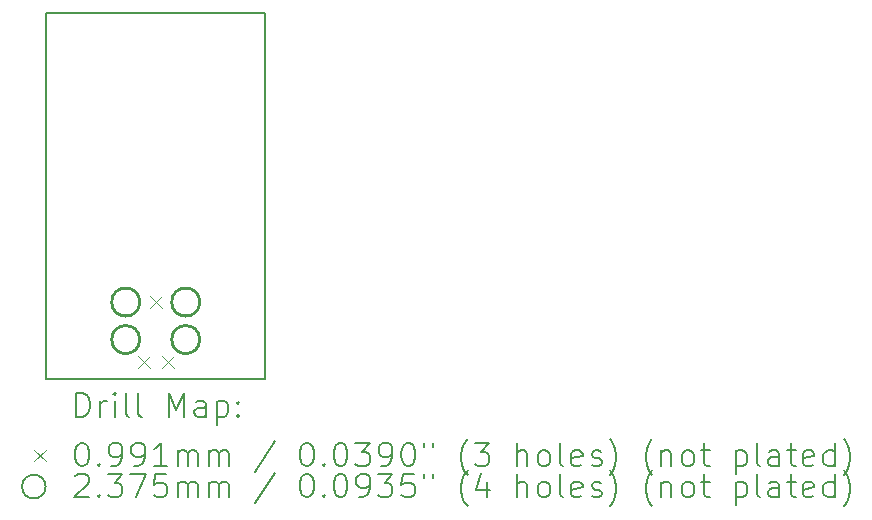
<source format=gbr>
%TF.GenerationSoftware,KiCad,Pcbnew,7.0.9*%
%TF.CreationDate,2023-11-23T02:36:10+01:00*%
%TF.ProjectId,bosch_kf4_pll,626f7363-685f-46b6-9634-5f706c6c2e6b,2*%
%TF.SameCoordinates,Original*%
%TF.FileFunction,Drillmap*%
%TF.FilePolarity,Positive*%
%FSLAX45Y45*%
G04 Gerber Fmt 4.5, Leading zero omitted, Abs format (unit mm)*
G04 Created by KiCad (PCBNEW 7.0.9) date 2023-11-23 02:36:10*
%MOMM*%
%LPD*%
G01*
G04 APERTURE LIST*
%ADD10C,0.150000*%
%ADD11C,0.200000*%
%ADD12C,0.100000*%
%ADD13C,0.237490*%
G04 APERTURE END LIST*
D10*
X13758750Y-7600000D02*
X15608750Y-7600000D01*
X13758750Y-10700000D02*
X13758750Y-7600000D01*
X15608750Y-7600000D02*
X15608750Y-10700000D01*
X15608750Y-10700000D02*
X13758750Y-10700000D01*
D11*
D12*
X14532620Y-10507470D02*
X14631680Y-10606530D01*
X14631680Y-10507470D02*
X14532620Y-10606530D01*
X14634220Y-9999470D02*
X14733280Y-10098530D01*
X14733280Y-9999470D02*
X14634220Y-10098530D01*
X14735820Y-10507470D02*
X14834880Y-10606530D01*
X14834880Y-10507470D02*
X14735820Y-10606530D01*
D13*
X14548495Y-10049000D02*
G75*
G03*
X14548495Y-10049000I-118745J0D01*
G01*
X14548495Y-10366500D02*
G75*
G03*
X14548495Y-10366500I-118745J0D01*
G01*
X15056495Y-10049000D02*
G75*
G03*
X15056495Y-10049000I-118745J0D01*
G01*
X15056495Y-10366500D02*
G75*
G03*
X15056495Y-10366500I-118745J0D01*
G01*
D11*
X14012027Y-11018984D02*
X14012027Y-10818984D01*
X14012027Y-10818984D02*
X14059646Y-10818984D01*
X14059646Y-10818984D02*
X14088217Y-10828508D01*
X14088217Y-10828508D02*
X14107265Y-10847555D01*
X14107265Y-10847555D02*
X14116789Y-10866603D01*
X14116789Y-10866603D02*
X14126312Y-10904698D01*
X14126312Y-10904698D02*
X14126312Y-10933270D01*
X14126312Y-10933270D02*
X14116789Y-10971365D01*
X14116789Y-10971365D02*
X14107265Y-10990412D01*
X14107265Y-10990412D02*
X14088217Y-11009460D01*
X14088217Y-11009460D02*
X14059646Y-11018984D01*
X14059646Y-11018984D02*
X14012027Y-11018984D01*
X14212027Y-11018984D02*
X14212027Y-10885650D01*
X14212027Y-10923746D02*
X14221551Y-10904698D01*
X14221551Y-10904698D02*
X14231074Y-10895174D01*
X14231074Y-10895174D02*
X14250122Y-10885650D01*
X14250122Y-10885650D02*
X14269170Y-10885650D01*
X14335836Y-11018984D02*
X14335836Y-10885650D01*
X14335836Y-10818984D02*
X14326312Y-10828508D01*
X14326312Y-10828508D02*
X14335836Y-10838031D01*
X14335836Y-10838031D02*
X14345360Y-10828508D01*
X14345360Y-10828508D02*
X14335836Y-10818984D01*
X14335836Y-10818984D02*
X14335836Y-10838031D01*
X14459646Y-11018984D02*
X14440598Y-11009460D01*
X14440598Y-11009460D02*
X14431074Y-10990412D01*
X14431074Y-10990412D02*
X14431074Y-10818984D01*
X14564408Y-11018984D02*
X14545360Y-11009460D01*
X14545360Y-11009460D02*
X14535836Y-10990412D01*
X14535836Y-10990412D02*
X14535836Y-10818984D01*
X14792979Y-11018984D02*
X14792979Y-10818984D01*
X14792979Y-10818984D02*
X14859646Y-10961841D01*
X14859646Y-10961841D02*
X14926312Y-10818984D01*
X14926312Y-10818984D02*
X14926312Y-11018984D01*
X15107265Y-11018984D02*
X15107265Y-10914222D01*
X15107265Y-10914222D02*
X15097741Y-10895174D01*
X15097741Y-10895174D02*
X15078693Y-10885650D01*
X15078693Y-10885650D02*
X15040598Y-10885650D01*
X15040598Y-10885650D02*
X15021551Y-10895174D01*
X15107265Y-11009460D02*
X15088217Y-11018984D01*
X15088217Y-11018984D02*
X15040598Y-11018984D01*
X15040598Y-11018984D02*
X15021551Y-11009460D01*
X15021551Y-11009460D02*
X15012027Y-10990412D01*
X15012027Y-10990412D02*
X15012027Y-10971365D01*
X15012027Y-10971365D02*
X15021551Y-10952317D01*
X15021551Y-10952317D02*
X15040598Y-10942793D01*
X15040598Y-10942793D02*
X15088217Y-10942793D01*
X15088217Y-10942793D02*
X15107265Y-10933270D01*
X15202503Y-10885650D02*
X15202503Y-11085650D01*
X15202503Y-10895174D02*
X15221551Y-10885650D01*
X15221551Y-10885650D02*
X15259646Y-10885650D01*
X15259646Y-10885650D02*
X15278693Y-10895174D01*
X15278693Y-10895174D02*
X15288217Y-10904698D01*
X15288217Y-10904698D02*
X15297741Y-10923746D01*
X15297741Y-10923746D02*
X15297741Y-10980889D01*
X15297741Y-10980889D02*
X15288217Y-10999936D01*
X15288217Y-10999936D02*
X15278693Y-11009460D01*
X15278693Y-11009460D02*
X15259646Y-11018984D01*
X15259646Y-11018984D02*
X15221551Y-11018984D01*
X15221551Y-11018984D02*
X15202503Y-11009460D01*
X15383455Y-10999936D02*
X15392979Y-11009460D01*
X15392979Y-11009460D02*
X15383455Y-11018984D01*
X15383455Y-11018984D02*
X15373932Y-11009460D01*
X15373932Y-11009460D02*
X15383455Y-10999936D01*
X15383455Y-10999936D02*
X15383455Y-11018984D01*
X15383455Y-10895174D02*
X15392979Y-10904698D01*
X15392979Y-10904698D02*
X15383455Y-10914222D01*
X15383455Y-10914222D02*
X15373932Y-10904698D01*
X15373932Y-10904698D02*
X15383455Y-10895174D01*
X15383455Y-10895174D02*
X15383455Y-10914222D01*
D12*
X13652190Y-11297970D02*
X13751250Y-11397030D01*
X13751250Y-11297970D02*
X13652190Y-11397030D01*
D11*
X14050122Y-11238984D02*
X14069170Y-11238984D01*
X14069170Y-11238984D02*
X14088217Y-11248508D01*
X14088217Y-11248508D02*
X14097741Y-11258031D01*
X14097741Y-11258031D02*
X14107265Y-11277079D01*
X14107265Y-11277079D02*
X14116789Y-11315174D01*
X14116789Y-11315174D02*
X14116789Y-11362793D01*
X14116789Y-11362793D02*
X14107265Y-11400888D01*
X14107265Y-11400888D02*
X14097741Y-11419936D01*
X14097741Y-11419936D02*
X14088217Y-11429460D01*
X14088217Y-11429460D02*
X14069170Y-11438984D01*
X14069170Y-11438984D02*
X14050122Y-11438984D01*
X14050122Y-11438984D02*
X14031074Y-11429460D01*
X14031074Y-11429460D02*
X14021551Y-11419936D01*
X14021551Y-11419936D02*
X14012027Y-11400888D01*
X14012027Y-11400888D02*
X14002503Y-11362793D01*
X14002503Y-11362793D02*
X14002503Y-11315174D01*
X14002503Y-11315174D02*
X14012027Y-11277079D01*
X14012027Y-11277079D02*
X14021551Y-11258031D01*
X14021551Y-11258031D02*
X14031074Y-11248508D01*
X14031074Y-11248508D02*
X14050122Y-11238984D01*
X14202503Y-11419936D02*
X14212027Y-11429460D01*
X14212027Y-11429460D02*
X14202503Y-11438984D01*
X14202503Y-11438984D02*
X14192979Y-11429460D01*
X14192979Y-11429460D02*
X14202503Y-11419936D01*
X14202503Y-11419936D02*
X14202503Y-11438984D01*
X14307265Y-11438984D02*
X14345360Y-11438984D01*
X14345360Y-11438984D02*
X14364408Y-11429460D01*
X14364408Y-11429460D02*
X14373932Y-11419936D01*
X14373932Y-11419936D02*
X14392979Y-11391365D01*
X14392979Y-11391365D02*
X14402503Y-11353269D01*
X14402503Y-11353269D02*
X14402503Y-11277079D01*
X14402503Y-11277079D02*
X14392979Y-11258031D01*
X14392979Y-11258031D02*
X14383455Y-11248508D01*
X14383455Y-11248508D02*
X14364408Y-11238984D01*
X14364408Y-11238984D02*
X14326312Y-11238984D01*
X14326312Y-11238984D02*
X14307265Y-11248508D01*
X14307265Y-11248508D02*
X14297741Y-11258031D01*
X14297741Y-11258031D02*
X14288217Y-11277079D01*
X14288217Y-11277079D02*
X14288217Y-11324698D01*
X14288217Y-11324698D02*
X14297741Y-11343746D01*
X14297741Y-11343746D02*
X14307265Y-11353269D01*
X14307265Y-11353269D02*
X14326312Y-11362793D01*
X14326312Y-11362793D02*
X14364408Y-11362793D01*
X14364408Y-11362793D02*
X14383455Y-11353269D01*
X14383455Y-11353269D02*
X14392979Y-11343746D01*
X14392979Y-11343746D02*
X14402503Y-11324698D01*
X14497741Y-11438984D02*
X14535836Y-11438984D01*
X14535836Y-11438984D02*
X14554884Y-11429460D01*
X14554884Y-11429460D02*
X14564408Y-11419936D01*
X14564408Y-11419936D02*
X14583455Y-11391365D01*
X14583455Y-11391365D02*
X14592979Y-11353269D01*
X14592979Y-11353269D02*
X14592979Y-11277079D01*
X14592979Y-11277079D02*
X14583455Y-11258031D01*
X14583455Y-11258031D02*
X14573932Y-11248508D01*
X14573932Y-11248508D02*
X14554884Y-11238984D01*
X14554884Y-11238984D02*
X14516789Y-11238984D01*
X14516789Y-11238984D02*
X14497741Y-11248508D01*
X14497741Y-11248508D02*
X14488217Y-11258031D01*
X14488217Y-11258031D02*
X14478693Y-11277079D01*
X14478693Y-11277079D02*
X14478693Y-11324698D01*
X14478693Y-11324698D02*
X14488217Y-11343746D01*
X14488217Y-11343746D02*
X14497741Y-11353269D01*
X14497741Y-11353269D02*
X14516789Y-11362793D01*
X14516789Y-11362793D02*
X14554884Y-11362793D01*
X14554884Y-11362793D02*
X14573932Y-11353269D01*
X14573932Y-11353269D02*
X14583455Y-11343746D01*
X14583455Y-11343746D02*
X14592979Y-11324698D01*
X14783455Y-11438984D02*
X14669170Y-11438984D01*
X14726312Y-11438984D02*
X14726312Y-11238984D01*
X14726312Y-11238984D02*
X14707265Y-11267555D01*
X14707265Y-11267555D02*
X14688217Y-11286603D01*
X14688217Y-11286603D02*
X14669170Y-11296127D01*
X14869170Y-11438984D02*
X14869170Y-11305650D01*
X14869170Y-11324698D02*
X14878693Y-11315174D01*
X14878693Y-11315174D02*
X14897741Y-11305650D01*
X14897741Y-11305650D02*
X14926313Y-11305650D01*
X14926313Y-11305650D02*
X14945360Y-11315174D01*
X14945360Y-11315174D02*
X14954884Y-11334222D01*
X14954884Y-11334222D02*
X14954884Y-11438984D01*
X14954884Y-11334222D02*
X14964408Y-11315174D01*
X14964408Y-11315174D02*
X14983455Y-11305650D01*
X14983455Y-11305650D02*
X15012027Y-11305650D01*
X15012027Y-11305650D02*
X15031074Y-11315174D01*
X15031074Y-11315174D02*
X15040598Y-11334222D01*
X15040598Y-11334222D02*
X15040598Y-11438984D01*
X15135836Y-11438984D02*
X15135836Y-11305650D01*
X15135836Y-11324698D02*
X15145360Y-11315174D01*
X15145360Y-11315174D02*
X15164408Y-11305650D01*
X15164408Y-11305650D02*
X15192979Y-11305650D01*
X15192979Y-11305650D02*
X15212027Y-11315174D01*
X15212027Y-11315174D02*
X15221551Y-11334222D01*
X15221551Y-11334222D02*
X15221551Y-11438984D01*
X15221551Y-11334222D02*
X15231074Y-11315174D01*
X15231074Y-11315174D02*
X15250122Y-11305650D01*
X15250122Y-11305650D02*
X15278693Y-11305650D01*
X15278693Y-11305650D02*
X15297741Y-11315174D01*
X15297741Y-11315174D02*
X15307265Y-11334222D01*
X15307265Y-11334222D02*
X15307265Y-11438984D01*
X15697741Y-11229460D02*
X15526313Y-11486603D01*
X15954884Y-11238984D02*
X15973932Y-11238984D01*
X15973932Y-11238984D02*
X15992979Y-11248508D01*
X15992979Y-11248508D02*
X16002503Y-11258031D01*
X16002503Y-11258031D02*
X16012027Y-11277079D01*
X16012027Y-11277079D02*
X16021551Y-11315174D01*
X16021551Y-11315174D02*
X16021551Y-11362793D01*
X16021551Y-11362793D02*
X16012027Y-11400888D01*
X16012027Y-11400888D02*
X16002503Y-11419936D01*
X16002503Y-11419936D02*
X15992979Y-11429460D01*
X15992979Y-11429460D02*
X15973932Y-11438984D01*
X15973932Y-11438984D02*
X15954884Y-11438984D01*
X15954884Y-11438984D02*
X15935836Y-11429460D01*
X15935836Y-11429460D02*
X15926313Y-11419936D01*
X15926313Y-11419936D02*
X15916789Y-11400888D01*
X15916789Y-11400888D02*
X15907265Y-11362793D01*
X15907265Y-11362793D02*
X15907265Y-11315174D01*
X15907265Y-11315174D02*
X15916789Y-11277079D01*
X15916789Y-11277079D02*
X15926313Y-11258031D01*
X15926313Y-11258031D02*
X15935836Y-11248508D01*
X15935836Y-11248508D02*
X15954884Y-11238984D01*
X16107265Y-11419936D02*
X16116789Y-11429460D01*
X16116789Y-11429460D02*
X16107265Y-11438984D01*
X16107265Y-11438984D02*
X16097741Y-11429460D01*
X16097741Y-11429460D02*
X16107265Y-11419936D01*
X16107265Y-11419936D02*
X16107265Y-11438984D01*
X16240598Y-11238984D02*
X16259646Y-11238984D01*
X16259646Y-11238984D02*
X16278694Y-11248508D01*
X16278694Y-11248508D02*
X16288217Y-11258031D01*
X16288217Y-11258031D02*
X16297741Y-11277079D01*
X16297741Y-11277079D02*
X16307265Y-11315174D01*
X16307265Y-11315174D02*
X16307265Y-11362793D01*
X16307265Y-11362793D02*
X16297741Y-11400888D01*
X16297741Y-11400888D02*
X16288217Y-11419936D01*
X16288217Y-11419936D02*
X16278694Y-11429460D01*
X16278694Y-11429460D02*
X16259646Y-11438984D01*
X16259646Y-11438984D02*
X16240598Y-11438984D01*
X16240598Y-11438984D02*
X16221551Y-11429460D01*
X16221551Y-11429460D02*
X16212027Y-11419936D01*
X16212027Y-11419936D02*
X16202503Y-11400888D01*
X16202503Y-11400888D02*
X16192979Y-11362793D01*
X16192979Y-11362793D02*
X16192979Y-11315174D01*
X16192979Y-11315174D02*
X16202503Y-11277079D01*
X16202503Y-11277079D02*
X16212027Y-11258031D01*
X16212027Y-11258031D02*
X16221551Y-11248508D01*
X16221551Y-11248508D02*
X16240598Y-11238984D01*
X16373932Y-11238984D02*
X16497741Y-11238984D01*
X16497741Y-11238984D02*
X16431075Y-11315174D01*
X16431075Y-11315174D02*
X16459646Y-11315174D01*
X16459646Y-11315174D02*
X16478694Y-11324698D01*
X16478694Y-11324698D02*
X16488217Y-11334222D01*
X16488217Y-11334222D02*
X16497741Y-11353269D01*
X16497741Y-11353269D02*
X16497741Y-11400888D01*
X16497741Y-11400888D02*
X16488217Y-11419936D01*
X16488217Y-11419936D02*
X16478694Y-11429460D01*
X16478694Y-11429460D02*
X16459646Y-11438984D01*
X16459646Y-11438984D02*
X16402503Y-11438984D01*
X16402503Y-11438984D02*
X16383456Y-11429460D01*
X16383456Y-11429460D02*
X16373932Y-11419936D01*
X16592979Y-11438984D02*
X16631075Y-11438984D01*
X16631075Y-11438984D02*
X16650122Y-11429460D01*
X16650122Y-11429460D02*
X16659646Y-11419936D01*
X16659646Y-11419936D02*
X16678694Y-11391365D01*
X16678694Y-11391365D02*
X16688217Y-11353269D01*
X16688217Y-11353269D02*
X16688217Y-11277079D01*
X16688217Y-11277079D02*
X16678694Y-11258031D01*
X16678694Y-11258031D02*
X16669170Y-11248508D01*
X16669170Y-11248508D02*
X16650122Y-11238984D01*
X16650122Y-11238984D02*
X16612027Y-11238984D01*
X16612027Y-11238984D02*
X16592979Y-11248508D01*
X16592979Y-11248508D02*
X16583456Y-11258031D01*
X16583456Y-11258031D02*
X16573932Y-11277079D01*
X16573932Y-11277079D02*
X16573932Y-11324698D01*
X16573932Y-11324698D02*
X16583456Y-11343746D01*
X16583456Y-11343746D02*
X16592979Y-11353269D01*
X16592979Y-11353269D02*
X16612027Y-11362793D01*
X16612027Y-11362793D02*
X16650122Y-11362793D01*
X16650122Y-11362793D02*
X16669170Y-11353269D01*
X16669170Y-11353269D02*
X16678694Y-11343746D01*
X16678694Y-11343746D02*
X16688217Y-11324698D01*
X16812027Y-11238984D02*
X16831075Y-11238984D01*
X16831075Y-11238984D02*
X16850122Y-11248508D01*
X16850122Y-11248508D02*
X16859646Y-11258031D01*
X16859646Y-11258031D02*
X16869170Y-11277079D01*
X16869170Y-11277079D02*
X16878694Y-11315174D01*
X16878694Y-11315174D02*
X16878694Y-11362793D01*
X16878694Y-11362793D02*
X16869170Y-11400888D01*
X16869170Y-11400888D02*
X16859646Y-11419936D01*
X16859646Y-11419936D02*
X16850122Y-11429460D01*
X16850122Y-11429460D02*
X16831075Y-11438984D01*
X16831075Y-11438984D02*
X16812027Y-11438984D01*
X16812027Y-11438984D02*
X16792979Y-11429460D01*
X16792979Y-11429460D02*
X16783456Y-11419936D01*
X16783456Y-11419936D02*
X16773932Y-11400888D01*
X16773932Y-11400888D02*
X16764408Y-11362793D01*
X16764408Y-11362793D02*
X16764408Y-11315174D01*
X16764408Y-11315174D02*
X16773932Y-11277079D01*
X16773932Y-11277079D02*
X16783456Y-11258031D01*
X16783456Y-11258031D02*
X16792979Y-11248508D01*
X16792979Y-11248508D02*
X16812027Y-11238984D01*
X16954884Y-11238984D02*
X16954884Y-11277079D01*
X17031075Y-11238984D02*
X17031075Y-11277079D01*
X17326313Y-11515174D02*
X17316789Y-11505650D01*
X17316789Y-11505650D02*
X17297741Y-11477079D01*
X17297741Y-11477079D02*
X17288218Y-11458031D01*
X17288218Y-11458031D02*
X17278694Y-11429460D01*
X17278694Y-11429460D02*
X17269170Y-11381841D01*
X17269170Y-11381841D02*
X17269170Y-11343746D01*
X17269170Y-11343746D02*
X17278694Y-11296127D01*
X17278694Y-11296127D02*
X17288218Y-11267555D01*
X17288218Y-11267555D02*
X17297741Y-11248508D01*
X17297741Y-11248508D02*
X17316789Y-11219936D01*
X17316789Y-11219936D02*
X17326313Y-11210412D01*
X17383456Y-11238984D02*
X17507265Y-11238984D01*
X17507265Y-11238984D02*
X17440599Y-11315174D01*
X17440599Y-11315174D02*
X17469170Y-11315174D01*
X17469170Y-11315174D02*
X17488218Y-11324698D01*
X17488218Y-11324698D02*
X17497741Y-11334222D01*
X17497741Y-11334222D02*
X17507265Y-11353269D01*
X17507265Y-11353269D02*
X17507265Y-11400888D01*
X17507265Y-11400888D02*
X17497741Y-11419936D01*
X17497741Y-11419936D02*
X17488218Y-11429460D01*
X17488218Y-11429460D02*
X17469170Y-11438984D01*
X17469170Y-11438984D02*
X17412027Y-11438984D01*
X17412027Y-11438984D02*
X17392980Y-11429460D01*
X17392980Y-11429460D02*
X17383456Y-11419936D01*
X17745361Y-11438984D02*
X17745361Y-11238984D01*
X17831075Y-11438984D02*
X17831075Y-11334222D01*
X17831075Y-11334222D02*
X17821551Y-11315174D01*
X17821551Y-11315174D02*
X17802503Y-11305650D01*
X17802503Y-11305650D02*
X17773932Y-11305650D01*
X17773932Y-11305650D02*
X17754884Y-11315174D01*
X17754884Y-11315174D02*
X17745361Y-11324698D01*
X17954884Y-11438984D02*
X17935837Y-11429460D01*
X17935837Y-11429460D02*
X17926313Y-11419936D01*
X17926313Y-11419936D02*
X17916789Y-11400888D01*
X17916789Y-11400888D02*
X17916789Y-11343746D01*
X17916789Y-11343746D02*
X17926313Y-11324698D01*
X17926313Y-11324698D02*
X17935837Y-11315174D01*
X17935837Y-11315174D02*
X17954884Y-11305650D01*
X17954884Y-11305650D02*
X17983456Y-11305650D01*
X17983456Y-11305650D02*
X18002503Y-11315174D01*
X18002503Y-11315174D02*
X18012027Y-11324698D01*
X18012027Y-11324698D02*
X18021551Y-11343746D01*
X18021551Y-11343746D02*
X18021551Y-11400888D01*
X18021551Y-11400888D02*
X18012027Y-11419936D01*
X18012027Y-11419936D02*
X18002503Y-11429460D01*
X18002503Y-11429460D02*
X17983456Y-11438984D01*
X17983456Y-11438984D02*
X17954884Y-11438984D01*
X18135837Y-11438984D02*
X18116789Y-11429460D01*
X18116789Y-11429460D02*
X18107265Y-11410412D01*
X18107265Y-11410412D02*
X18107265Y-11238984D01*
X18288218Y-11429460D02*
X18269170Y-11438984D01*
X18269170Y-11438984D02*
X18231075Y-11438984D01*
X18231075Y-11438984D02*
X18212027Y-11429460D01*
X18212027Y-11429460D02*
X18202503Y-11410412D01*
X18202503Y-11410412D02*
X18202503Y-11334222D01*
X18202503Y-11334222D02*
X18212027Y-11315174D01*
X18212027Y-11315174D02*
X18231075Y-11305650D01*
X18231075Y-11305650D02*
X18269170Y-11305650D01*
X18269170Y-11305650D02*
X18288218Y-11315174D01*
X18288218Y-11315174D02*
X18297742Y-11334222D01*
X18297742Y-11334222D02*
X18297742Y-11353269D01*
X18297742Y-11353269D02*
X18202503Y-11372317D01*
X18373932Y-11429460D02*
X18392980Y-11438984D01*
X18392980Y-11438984D02*
X18431075Y-11438984D01*
X18431075Y-11438984D02*
X18450123Y-11429460D01*
X18450123Y-11429460D02*
X18459646Y-11410412D01*
X18459646Y-11410412D02*
X18459646Y-11400888D01*
X18459646Y-11400888D02*
X18450123Y-11381841D01*
X18450123Y-11381841D02*
X18431075Y-11372317D01*
X18431075Y-11372317D02*
X18402503Y-11372317D01*
X18402503Y-11372317D02*
X18383456Y-11362793D01*
X18383456Y-11362793D02*
X18373932Y-11343746D01*
X18373932Y-11343746D02*
X18373932Y-11334222D01*
X18373932Y-11334222D02*
X18383456Y-11315174D01*
X18383456Y-11315174D02*
X18402503Y-11305650D01*
X18402503Y-11305650D02*
X18431075Y-11305650D01*
X18431075Y-11305650D02*
X18450123Y-11315174D01*
X18526313Y-11515174D02*
X18535837Y-11505650D01*
X18535837Y-11505650D02*
X18554884Y-11477079D01*
X18554884Y-11477079D02*
X18564408Y-11458031D01*
X18564408Y-11458031D02*
X18573932Y-11429460D01*
X18573932Y-11429460D02*
X18583456Y-11381841D01*
X18583456Y-11381841D02*
X18583456Y-11343746D01*
X18583456Y-11343746D02*
X18573932Y-11296127D01*
X18573932Y-11296127D02*
X18564408Y-11267555D01*
X18564408Y-11267555D02*
X18554884Y-11248508D01*
X18554884Y-11248508D02*
X18535837Y-11219936D01*
X18535837Y-11219936D02*
X18526313Y-11210412D01*
X18888218Y-11515174D02*
X18878694Y-11505650D01*
X18878694Y-11505650D02*
X18859646Y-11477079D01*
X18859646Y-11477079D02*
X18850123Y-11458031D01*
X18850123Y-11458031D02*
X18840599Y-11429460D01*
X18840599Y-11429460D02*
X18831075Y-11381841D01*
X18831075Y-11381841D02*
X18831075Y-11343746D01*
X18831075Y-11343746D02*
X18840599Y-11296127D01*
X18840599Y-11296127D02*
X18850123Y-11267555D01*
X18850123Y-11267555D02*
X18859646Y-11248508D01*
X18859646Y-11248508D02*
X18878694Y-11219936D01*
X18878694Y-11219936D02*
X18888218Y-11210412D01*
X18964408Y-11305650D02*
X18964408Y-11438984D01*
X18964408Y-11324698D02*
X18973932Y-11315174D01*
X18973932Y-11315174D02*
X18992980Y-11305650D01*
X18992980Y-11305650D02*
X19021551Y-11305650D01*
X19021551Y-11305650D02*
X19040599Y-11315174D01*
X19040599Y-11315174D02*
X19050123Y-11334222D01*
X19050123Y-11334222D02*
X19050123Y-11438984D01*
X19173932Y-11438984D02*
X19154884Y-11429460D01*
X19154884Y-11429460D02*
X19145361Y-11419936D01*
X19145361Y-11419936D02*
X19135837Y-11400888D01*
X19135837Y-11400888D02*
X19135837Y-11343746D01*
X19135837Y-11343746D02*
X19145361Y-11324698D01*
X19145361Y-11324698D02*
X19154884Y-11315174D01*
X19154884Y-11315174D02*
X19173932Y-11305650D01*
X19173932Y-11305650D02*
X19202504Y-11305650D01*
X19202504Y-11305650D02*
X19221551Y-11315174D01*
X19221551Y-11315174D02*
X19231075Y-11324698D01*
X19231075Y-11324698D02*
X19240599Y-11343746D01*
X19240599Y-11343746D02*
X19240599Y-11400888D01*
X19240599Y-11400888D02*
X19231075Y-11419936D01*
X19231075Y-11419936D02*
X19221551Y-11429460D01*
X19221551Y-11429460D02*
X19202504Y-11438984D01*
X19202504Y-11438984D02*
X19173932Y-11438984D01*
X19297742Y-11305650D02*
X19373932Y-11305650D01*
X19326313Y-11238984D02*
X19326313Y-11410412D01*
X19326313Y-11410412D02*
X19335837Y-11429460D01*
X19335837Y-11429460D02*
X19354884Y-11438984D01*
X19354884Y-11438984D02*
X19373932Y-11438984D01*
X19592980Y-11305650D02*
X19592980Y-11505650D01*
X19592980Y-11315174D02*
X19612027Y-11305650D01*
X19612027Y-11305650D02*
X19650123Y-11305650D01*
X19650123Y-11305650D02*
X19669170Y-11315174D01*
X19669170Y-11315174D02*
X19678694Y-11324698D01*
X19678694Y-11324698D02*
X19688218Y-11343746D01*
X19688218Y-11343746D02*
X19688218Y-11400888D01*
X19688218Y-11400888D02*
X19678694Y-11419936D01*
X19678694Y-11419936D02*
X19669170Y-11429460D01*
X19669170Y-11429460D02*
X19650123Y-11438984D01*
X19650123Y-11438984D02*
X19612027Y-11438984D01*
X19612027Y-11438984D02*
X19592980Y-11429460D01*
X19802504Y-11438984D02*
X19783456Y-11429460D01*
X19783456Y-11429460D02*
X19773932Y-11410412D01*
X19773932Y-11410412D02*
X19773932Y-11238984D01*
X19964408Y-11438984D02*
X19964408Y-11334222D01*
X19964408Y-11334222D02*
X19954885Y-11315174D01*
X19954885Y-11315174D02*
X19935837Y-11305650D01*
X19935837Y-11305650D02*
X19897742Y-11305650D01*
X19897742Y-11305650D02*
X19878694Y-11315174D01*
X19964408Y-11429460D02*
X19945361Y-11438984D01*
X19945361Y-11438984D02*
X19897742Y-11438984D01*
X19897742Y-11438984D02*
X19878694Y-11429460D01*
X19878694Y-11429460D02*
X19869170Y-11410412D01*
X19869170Y-11410412D02*
X19869170Y-11391365D01*
X19869170Y-11391365D02*
X19878694Y-11372317D01*
X19878694Y-11372317D02*
X19897742Y-11362793D01*
X19897742Y-11362793D02*
X19945361Y-11362793D01*
X19945361Y-11362793D02*
X19964408Y-11353269D01*
X20031075Y-11305650D02*
X20107265Y-11305650D01*
X20059646Y-11238984D02*
X20059646Y-11410412D01*
X20059646Y-11410412D02*
X20069170Y-11429460D01*
X20069170Y-11429460D02*
X20088218Y-11438984D01*
X20088218Y-11438984D02*
X20107265Y-11438984D01*
X20250123Y-11429460D02*
X20231075Y-11438984D01*
X20231075Y-11438984D02*
X20192980Y-11438984D01*
X20192980Y-11438984D02*
X20173932Y-11429460D01*
X20173932Y-11429460D02*
X20164408Y-11410412D01*
X20164408Y-11410412D02*
X20164408Y-11334222D01*
X20164408Y-11334222D02*
X20173932Y-11315174D01*
X20173932Y-11315174D02*
X20192980Y-11305650D01*
X20192980Y-11305650D02*
X20231075Y-11305650D01*
X20231075Y-11305650D02*
X20250123Y-11315174D01*
X20250123Y-11315174D02*
X20259646Y-11334222D01*
X20259646Y-11334222D02*
X20259646Y-11353269D01*
X20259646Y-11353269D02*
X20164408Y-11372317D01*
X20431075Y-11438984D02*
X20431075Y-11238984D01*
X20431075Y-11429460D02*
X20412027Y-11438984D01*
X20412027Y-11438984D02*
X20373932Y-11438984D01*
X20373932Y-11438984D02*
X20354885Y-11429460D01*
X20354885Y-11429460D02*
X20345361Y-11419936D01*
X20345361Y-11419936D02*
X20335837Y-11400888D01*
X20335837Y-11400888D02*
X20335837Y-11343746D01*
X20335837Y-11343746D02*
X20345361Y-11324698D01*
X20345361Y-11324698D02*
X20354885Y-11315174D01*
X20354885Y-11315174D02*
X20373932Y-11305650D01*
X20373932Y-11305650D02*
X20412027Y-11305650D01*
X20412027Y-11305650D02*
X20431075Y-11315174D01*
X20507266Y-11515174D02*
X20516789Y-11505650D01*
X20516789Y-11505650D02*
X20535837Y-11477079D01*
X20535837Y-11477079D02*
X20545361Y-11458031D01*
X20545361Y-11458031D02*
X20554885Y-11429460D01*
X20554885Y-11429460D02*
X20564408Y-11381841D01*
X20564408Y-11381841D02*
X20564408Y-11343746D01*
X20564408Y-11343746D02*
X20554885Y-11296127D01*
X20554885Y-11296127D02*
X20545361Y-11267555D01*
X20545361Y-11267555D02*
X20535837Y-11248508D01*
X20535837Y-11248508D02*
X20516789Y-11219936D01*
X20516789Y-11219936D02*
X20507266Y-11210412D01*
X13751250Y-11611500D02*
G75*
G03*
X13751250Y-11611500I-100000J0D01*
G01*
X14002503Y-11522031D02*
X14012027Y-11512508D01*
X14012027Y-11512508D02*
X14031074Y-11502984D01*
X14031074Y-11502984D02*
X14078693Y-11502984D01*
X14078693Y-11502984D02*
X14097741Y-11512508D01*
X14097741Y-11512508D02*
X14107265Y-11522031D01*
X14107265Y-11522031D02*
X14116789Y-11541079D01*
X14116789Y-11541079D02*
X14116789Y-11560127D01*
X14116789Y-11560127D02*
X14107265Y-11588698D01*
X14107265Y-11588698D02*
X13992979Y-11702984D01*
X13992979Y-11702984D02*
X14116789Y-11702984D01*
X14202503Y-11683936D02*
X14212027Y-11693460D01*
X14212027Y-11693460D02*
X14202503Y-11702984D01*
X14202503Y-11702984D02*
X14192979Y-11693460D01*
X14192979Y-11693460D02*
X14202503Y-11683936D01*
X14202503Y-11683936D02*
X14202503Y-11702984D01*
X14278693Y-11502984D02*
X14402503Y-11502984D01*
X14402503Y-11502984D02*
X14335836Y-11579174D01*
X14335836Y-11579174D02*
X14364408Y-11579174D01*
X14364408Y-11579174D02*
X14383455Y-11588698D01*
X14383455Y-11588698D02*
X14392979Y-11598222D01*
X14392979Y-11598222D02*
X14402503Y-11617269D01*
X14402503Y-11617269D02*
X14402503Y-11664888D01*
X14402503Y-11664888D02*
X14392979Y-11683936D01*
X14392979Y-11683936D02*
X14383455Y-11693460D01*
X14383455Y-11693460D02*
X14364408Y-11702984D01*
X14364408Y-11702984D02*
X14307265Y-11702984D01*
X14307265Y-11702984D02*
X14288217Y-11693460D01*
X14288217Y-11693460D02*
X14278693Y-11683936D01*
X14469170Y-11502984D02*
X14602503Y-11502984D01*
X14602503Y-11502984D02*
X14516789Y-11702984D01*
X14773932Y-11502984D02*
X14678693Y-11502984D01*
X14678693Y-11502984D02*
X14669170Y-11598222D01*
X14669170Y-11598222D02*
X14678693Y-11588698D01*
X14678693Y-11588698D02*
X14697741Y-11579174D01*
X14697741Y-11579174D02*
X14745360Y-11579174D01*
X14745360Y-11579174D02*
X14764408Y-11588698D01*
X14764408Y-11588698D02*
X14773932Y-11598222D01*
X14773932Y-11598222D02*
X14783455Y-11617269D01*
X14783455Y-11617269D02*
X14783455Y-11664888D01*
X14783455Y-11664888D02*
X14773932Y-11683936D01*
X14773932Y-11683936D02*
X14764408Y-11693460D01*
X14764408Y-11693460D02*
X14745360Y-11702984D01*
X14745360Y-11702984D02*
X14697741Y-11702984D01*
X14697741Y-11702984D02*
X14678693Y-11693460D01*
X14678693Y-11693460D02*
X14669170Y-11683936D01*
X14869170Y-11702984D02*
X14869170Y-11569650D01*
X14869170Y-11588698D02*
X14878693Y-11579174D01*
X14878693Y-11579174D02*
X14897741Y-11569650D01*
X14897741Y-11569650D02*
X14926313Y-11569650D01*
X14926313Y-11569650D02*
X14945360Y-11579174D01*
X14945360Y-11579174D02*
X14954884Y-11598222D01*
X14954884Y-11598222D02*
X14954884Y-11702984D01*
X14954884Y-11598222D02*
X14964408Y-11579174D01*
X14964408Y-11579174D02*
X14983455Y-11569650D01*
X14983455Y-11569650D02*
X15012027Y-11569650D01*
X15012027Y-11569650D02*
X15031074Y-11579174D01*
X15031074Y-11579174D02*
X15040598Y-11598222D01*
X15040598Y-11598222D02*
X15040598Y-11702984D01*
X15135836Y-11702984D02*
X15135836Y-11569650D01*
X15135836Y-11588698D02*
X15145360Y-11579174D01*
X15145360Y-11579174D02*
X15164408Y-11569650D01*
X15164408Y-11569650D02*
X15192979Y-11569650D01*
X15192979Y-11569650D02*
X15212027Y-11579174D01*
X15212027Y-11579174D02*
X15221551Y-11598222D01*
X15221551Y-11598222D02*
X15221551Y-11702984D01*
X15221551Y-11598222D02*
X15231074Y-11579174D01*
X15231074Y-11579174D02*
X15250122Y-11569650D01*
X15250122Y-11569650D02*
X15278693Y-11569650D01*
X15278693Y-11569650D02*
X15297741Y-11579174D01*
X15297741Y-11579174D02*
X15307265Y-11598222D01*
X15307265Y-11598222D02*
X15307265Y-11702984D01*
X15697741Y-11493460D02*
X15526313Y-11750603D01*
X15954884Y-11502984D02*
X15973932Y-11502984D01*
X15973932Y-11502984D02*
X15992979Y-11512508D01*
X15992979Y-11512508D02*
X16002503Y-11522031D01*
X16002503Y-11522031D02*
X16012027Y-11541079D01*
X16012027Y-11541079D02*
X16021551Y-11579174D01*
X16021551Y-11579174D02*
X16021551Y-11626793D01*
X16021551Y-11626793D02*
X16012027Y-11664888D01*
X16012027Y-11664888D02*
X16002503Y-11683936D01*
X16002503Y-11683936D02*
X15992979Y-11693460D01*
X15992979Y-11693460D02*
X15973932Y-11702984D01*
X15973932Y-11702984D02*
X15954884Y-11702984D01*
X15954884Y-11702984D02*
X15935836Y-11693460D01*
X15935836Y-11693460D02*
X15926313Y-11683936D01*
X15926313Y-11683936D02*
X15916789Y-11664888D01*
X15916789Y-11664888D02*
X15907265Y-11626793D01*
X15907265Y-11626793D02*
X15907265Y-11579174D01*
X15907265Y-11579174D02*
X15916789Y-11541079D01*
X15916789Y-11541079D02*
X15926313Y-11522031D01*
X15926313Y-11522031D02*
X15935836Y-11512508D01*
X15935836Y-11512508D02*
X15954884Y-11502984D01*
X16107265Y-11683936D02*
X16116789Y-11693460D01*
X16116789Y-11693460D02*
X16107265Y-11702984D01*
X16107265Y-11702984D02*
X16097741Y-11693460D01*
X16097741Y-11693460D02*
X16107265Y-11683936D01*
X16107265Y-11683936D02*
X16107265Y-11702984D01*
X16240598Y-11502984D02*
X16259646Y-11502984D01*
X16259646Y-11502984D02*
X16278694Y-11512508D01*
X16278694Y-11512508D02*
X16288217Y-11522031D01*
X16288217Y-11522031D02*
X16297741Y-11541079D01*
X16297741Y-11541079D02*
X16307265Y-11579174D01*
X16307265Y-11579174D02*
X16307265Y-11626793D01*
X16307265Y-11626793D02*
X16297741Y-11664888D01*
X16297741Y-11664888D02*
X16288217Y-11683936D01*
X16288217Y-11683936D02*
X16278694Y-11693460D01*
X16278694Y-11693460D02*
X16259646Y-11702984D01*
X16259646Y-11702984D02*
X16240598Y-11702984D01*
X16240598Y-11702984D02*
X16221551Y-11693460D01*
X16221551Y-11693460D02*
X16212027Y-11683936D01*
X16212027Y-11683936D02*
X16202503Y-11664888D01*
X16202503Y-11664888D02*
X16192979Y-11626793D01*
X16192979Y-11626793D02*
X16192979Y-11579174D01*
X16192979Y-11579174D02*
X16202503Y-11541079D01*
X16202503Y-11541079D02*
X16212027Y-11522031D01*
X16212027Y-11522031D02*
X16221551Y-11512508D01*
X16221551Y-11512508D02*
X16240598Y-11502984D01*
X16402503Y-11702984D02*
X16440598Y-11702984D01*
X16440598Y-11702984D02*
X16459646Y-11693460D01*
X16459646Y-11693460D02*
X16469170Y-11683936D01*
X16469170Y-11683936D02*
X16488217Y-11655365D01*
X16488217Y-11655365D02*
X16497741Y-11617269D01*
X16497741Y-11617269D02*
X16497741Y-11541079D01*
X16497741Y-11541079D02*
X16488217Y-11522031D01*
X16488217Y-11522031D02*
X16478694Y-11512508D01*
X16478694Y-11512508D02*
X16459646Y-11502984D01*
X16459646Y-11502984D02*
X16421551Y-11502984D01*
X16421551Y-11502984D02*
X16402503Y-11512508D01*
X16402503Y-11512508D02*
X16392979Y-11522031D01*
X16392979Y-11522031D02*
X16383456Y-11541079D01*
X16383456Y-11541079D02*
X16383456Y-11588698D01*
X16383456Y-11588698D02*
X16392979Y-11607746D01*
X16392979Y-11607746D02*
X16402503Y-11617269D01*
X16402503Y-11617269D02*
X16421551Y-11626793D01*
X16421551Y-11626793D02*
X16459646Y-11626793D01*
X16459646Y-11626793D02*
X16478694Y-11617269D01*
X16478694Y-11617269D02*
X16488217Y-11607746D01*
X16488217Y-11607746D02*
X16497741Y-11588698D01*
X16564408Y-11502984D02*
X16688217Y-11502984D01*
X16688217Y-11502984D02*
X16621551Y-11579174D01*
X16621551Y-11579174D02*
X16650122Y-11579174D01*
X16650122Y-11579174D02*
X16669170Y-11588698D01*
X16669170Y-11588698D02*
X16678694Y-11598222D01*
X16678694Y-11598222D02*
X16688217Y-11617269D01*
X16688217Y-11617269D02*
X16688217Y-11664888D01*
X16688217Y-11664888D02*
X16678694Y-11683936D01*
X16678694Y-11683936D02*
X16669170Y-11693460D01*
X16669170Y-11693460D02*
X16650122Y-11702984D01*
X16650122Y-11702984D02*
X16592979Y-11702984D01*
X16592979Y-11702984D02*
X16573932Y-11693460D01*
X16573932Y-11693460D02*
X16564408Y-11683936D01*
X16869170Y-11502984D02*
X16773932Y-11502984D01*
X16773932Y-11502984D02*
X16764408Y-11598222D01*
X16764408Y-11598222D02*
X16773932Y-11588698D01*
X16773932Y-11588698D02*
X16792979Y-11579174D01*
X16792979Y-11579174D02*
X16840599Y-11579174D01*
X16840599Y-11579174D02*
X16859646Y-11588698D01*
X16859646Y-11588698D02*
X16869170Y-11598222D01*
X16869170Y-11598222D02*
X16878694Y-11617269D01*
X16878694Y-11617269D02*
X16878694Y-11664888D01*
X16878694Y-11664888D02*
X16869170Y-11683936D01*
X16869170Y-11683936D02*
X16859646Y-11693460D01*
X16859646Y-11693460D02*
X16840599Y-11702984D01*
X16840599Y-11702984D02*
X16792979Y-11702984D01*
X16792979Y-11702984D02*
X16773932Y-11693460D01*
X16773932Y-11693460D02*
X16764408Y-11683936D01*
X16954884Y-11502984D02*
X16954884Y-11541079D01*
X17031075Y-11502984D02*
X17031075Y-11541079D01*
X17326313Y-11779174D02*
X17316789Y-11769650D01*
X17316789Y-11769650D02*
X17297741Y-11741079D01*
X17297741Y-11741079D02*
X17288218Y-11722031D01*
X17288218Y-11722031D02*
X17278694Y-11693460D01*
X17278694Y-11693460D02*
X17269170Y-11645841D01*
X17269170Y-11645841D02*
X17269170Y-11607746D01*
X17269170Y-11607746D02*
X17278694Y-11560127D01*
X17278694Y-11560127D02*
X17288218Y-11531555D01*
X17288218Y-11531555D02*
X17297741Y-11512508D01*
X17297741Y-11512508D02*
X17316789Y-11483936D01*
X17316789Y-11483936D02*
X17326313Y-11474412D01*
X17488218Y-11569650D02*
X17488218Y-11702984D01*
X17440599Y-11493460D02*
X17392980Y-11636317D01*
X17392980Y-11636317D02*
X17516789Y-11636317D01*
X17745361Y-11702984D02*
X17745361Y-11502984D01*
X17831075Y-11702984D02*
X17831075Y-11598222D01*
X17831075Y-11598222D02*
X17821551Y-11579174D01*
X17821551Y-11579174D02*
X17802503Y-11569650D01*
X17802503Y-11569650D02*
X17773932Y-11569650D01*
X17773932Y-11569650D02*
X17754884Y-11579174D01*
X17754884Y-11579174D02*
X17745361Y-11588698D01*
X17954884Y-11702984D02*
X17935837Y-11693460D01*
X17935837Y-11693460D02*
X17926313Y-11683936D01*
X17926313Y-11683936D02*
X17916789Y-11664888D01*
X17916789Y-11664888D02*
X17916789Y-11607746D01*
X17916789Y-11607746D02*
X17926313Y-11588698D01*
X17926313Y-11588698D02*
X17935837Y-11579174D01*
X17935837Y-11579174D02*
X17954884Y-11569650D01*
X17954884Y-11569650D02*
X17983456Y-11569650D01*
X17983456Y-11569650D02*
X18002503Y-11579174D01*
X18002503Y-11579174D02*
X18012027Y-11588698D01*
X18012027Y-11588698D02*
X18021551Y-11607746D01*
X18021551Y-11607746D02*
X18021551Y-11664888D01*
X18021551Y-11664888D02*
X18012027Y-11683936D01*
X18012027Y-11683936D02*
X18002503Y-11693460D01*
X18002503Y-11693460D02*
X17983456Y-11702984D01*
X17983456Y-11702984D02*
X17954884Y-11702984D01*
X18135837Y-11702984D02*
X18116789Y-11693460D01*
X18116789Y-11693460D02*
X18107265Y-11674412D01*
X18107265Y-11674412D02*
X18107265Y-11502984D01*
X18288218Y-11693460D02*
X18269170Y-11702984D01*
X18269170Y-11702984D02*
X18231075Y-11702984D01*
X18231075Y-11702984D02*
X18212027Y-11693460D01*
X18212027Y-11693460D02*
X18202503Y-11674412D01*
X18202503Y-11674412D02*
X18202503Y-11598222D01*
X18202503Y-11598222D02*
X18212027Y-11579174D01*
X18212027Y-11579174D02*
X18231075Y-11569650D01*
X18231075Y-11569650D02*
X18269170Y-11569650D01*
X18269170Y-11569650D02*
X18288218Y-11579174D01*
X18288218Y-11579174D02*
X18297742Y-11598222D01*
X18297742Y-11598222D02*
X18297742Y-11617269D01*
X18297742Y-11617269D02*
X18202503Y-11636317D01*
X18373932Y-11693460D02*
X18392980Y-11702984D01*
X18392980Y-11702984D02*
X18431075Y-11702984D01*
X18431075Y-11702984D02*
X18450123Y-11693460D01*
X18450123Y-11693460D02*
X18459646Y-11674412D01*
X18459646Y-11674412D02*
X18459646Y-11664888D01*
X18459646Y-11664888D02*
X18450123Y-11645841D01*
X18450123Y-11645841D02*
X18431075Y-11636317D01*
X18431075Y-11636317D02*
X18402503Y-11636317D01*
X18402503Y-11636317D02*
X18383456Y-11626793D01*
X18383456Y-11626793D02*
X18373932Y-11607746D01*
X18373932Y-11607746D02*
X18373932Y-11598222D01*
X18373932Y-11598222D02*
X18383456Y-11579174D01*
X18383456Y-11579174D02*
X18402503Y-11569650D01*
X18402503Y-11569650D02*
X18431075Y-11569650D01*
X18431075Y-11569650D02*
X18450123Y-11579174D01*
X18526313Y-11779174D02*
X18535837Y-11769650D01*
X18535837Y-11769650D02*
X18554884Y-11741079D01*
X18554884Y-11741079D02*
X18564408Y-11722031D01*
X18564408Y-11722031D02*
X18573932Y-11693460D01*
X18573932Y-11693460D02*
X18583456Y-11645841D01*
X18583456Y-11645841D02*
X18583456Y-11607746D01*
X18583456Y-11607746D02*
X18573932Y-11560127D01*
X18573932Y-11560127D02*
X18564408Y-11531555D01*
X18564408Y-11531555D02*
X18554884Y-11512508D01*
X18554884Y-11512508D02*
X18535837Y-11483936D01*
X18535837Y-11483936D02*
X18526313Y-11474412D01*
X18888218Y-11779174D02*
X18878694Y-11769650D01*
X18878694Y-11769650D02*
X18859646Y-11741079D01*
X18859646Y-11741079D02*
X18850123Y-11722031D01*
X18850123Y-11722031D02*
X18840599Y-11693460D01*
X18840599Y-11693460D02*
X18831075Y-11645841D01*
X18831075Y-11645841D02*
X18831075Y-11607746D01*
X18831075Y-11607746D02*
X18840599Y-11560127D01*
X18840599Y-11560127D02*
X18850123Y-11531555D01*
X18850123Y-11531555D02*
X18859646Y-11512508D01*
X18859646Y-11512508D02*
X18878694Y-11483936D01*
X18878694Y-11483936D02*
X18888218Y-11474412D01*
X18964408Y-11569650D02*
X18964408Y-11702984D01*
X18964408Y-11588698D02*
X18973932Y-11579174D01*
X18973932Y-11579174D02*
X18992980Y-11569650D01*
X18992980Y-11569650D02*
X19021551Y-11569650D01*
X19021551Y-11569650D02*
X19040599Y-11579174D01*
X19040599Y-11579174D02*
X19050123Y-11598222D01*
X19050123Y-11598222D02*
X19050123Y-11702984D01*
X19173932Y-11702984D02*
X19154884Y-11693460D01*
X19154884Y-11693460D02*
X19145361Y-11683936D01*
X19145361Y-11683936D02*
X19135837Y-11664888D01*
X19135837Y-11664888D02*
X19135837Y-11607746D01*
X19135837Y-11607746D02*
X19145361Y-11588698D01*
X19145361Y-11588698D02*
X19154884Y-11579174D01*
X19154884Y-11579174D02*
X19173932Y-11569650D01*
X19173932Y-11569650D02*
X19202504Y-11569650D01*
X19202504Y-11569650D02*
X19221551Y-11579174D01*
X19221551Y-11579174D02*
X19231075Y-11588698D01*
X19231075Y-11588698D02*
X19240599Y-11607746D01*
X19240599Y-11607746D02*
X19240599Y-11664888D01*
X19240599Y-11664888D02*
X19231075Y-11683936D01*
X19231075Y-11683936D02*
X19221551Y-11693460D01*
X19221551Y-11693460D02*
X19202504Y-11702984D01*
X19202504Y-11702984D02*
X19173932Y-11702984D01*
X19297742Y-11569650D02*
X19373932Y-11569650D01*
X19326313Y-11502984D02*
X19326313Y-11674412D01*
X19326313Y-11674412D02*
X19335837Y-11693460D01*
X19335837Y-11693460D02*
X19354884Y-11702984D01*
X19354884Y-11702984D02*
X19373932Y-11702984D01*
X19592980Y-11569650D02*
X19592980Y-11769650D01*
X19592980Y-11579174D02*
X19612027Y-11569650D01*
X19612027Y-11569650D02*
X19650123Y-11569650D01*
X19650123Y-11569650D02*
X19669170Y-11579174D01*
X19669170Y-11579174D02*
X19678694Y-11588698D01*
X19678694Y-11588698D02*
X19688218Y-11607746D01*
X19688218Y-11607746D02*
X19688218Y-11664888D01*
X19688218Y-11664888D02*
X19678694Y-11683936D01*
X19678694Y-11683936D02*
X19669170Y-11693460D01*
X19669170Y-11693460D02*
X19650123Y-11702984D01*
X19650123Y-11702984D02*
X19612027Y-11702984D01*
X19612027Y-11702984D02*
X19592980Y-11693460D01*
X19802504Y-11702984D02*
X19783456Y-11693460D01*
X19783456Y-11693460D02*
X19773932Y-11674412D01*
X19773932Y-11674412D02*
X19773932Y-11502984D01*
X19964408Y-11702984D02*
X19964408Y-11598222D01*
X19964408Y-11598222D02*
X19954885Y-11579174D01*
X19954885Y-11579174D02*
X19935837Y-11569650D01*
X19935837Y-11569650D02*
X19897742Y-11569650D01*
X19897742Y-11569650D02*
X19878694Y-11579174D01*
X19964408Y-11693460D02*
X19945361Y-11702984D01*
X19945361Y-11702984D02*
X19897742Y-11702984D01*
X19897742Y-11702984D02*
X19878694Y-11693460D01*
X19878694Y-11693460D02*
X19869170Y-11674412D01*
X19869170Y-11674412D02*
X19869170Y-11655365D01*
X19869170Y-11655365D02*
X19878694Y-11636317D01*
X19878694Y-11636317D02*
X19897742Y-11626793D01*
X19897742Y-11626793D02*
X19945361Y-11626793D01*
X19945361Y-11626793D02*
X19964408Y-11617269D01*
X20031075Y-11569650D02*
X20107265Y-11569650D01*
X20059646Y-11502984D02*
X20059646Y-11674412D01*
X20059646Y-11674412D02*
X20069170Y-11693460D01*
X20069170Y-11693460D02*
X20088218Y-11702984D01*
X20088218Y-11702984D02*
X20107265Y-11702984D01*
X20250123Y-11693460D02*
X20231075Y-11702984D01*
X20231075Y-11702984D02*
X20192980Y-11702984D01*
X20192980Y-11702984D02*
X20173932Y-11693460D01*
X20173932Y-11693460D02*
X20164408Y-11674412D01*
X20164408Y-11674412D02*
X20164408Y-11598222D01*
X20164408Y-11598222D02*
X20173932Y-11579174D01*
X20173932Y-11579174D02*
X20192980Y-11569650D01*
X20192980Y-11569650D02*
X20231075Y-11569650D01*
X20231075Y-11569650D02*
X20250123Y-11579174D01*
X20250123Y-11579174D02*
X20259646Y-11598222D01*
X20259646Y-11598222D02*
X20259646Y-11617269D01*
X20259646Y-11617269D02*
X20164408Y-11636317D01*
X20431075Y-11702984D02*
X20431075Y-11502984D01*
X20431075Y-11693460D02*
X20412027Y-11702984D01*
X20412027Y-11702984D02*
X20373932Y-11702984D01*
X20373932Y-11702984D02*
X20354885Y-11693460D01*
X20354885Y-11693460D02*
X20345361Y-11683936D01*
X20345361Y-11683936D02*
X20335837Y-11664888D01*
X20335837Y-11664888D02*
X20335837Y-11607746D01*
X20335837Y-11607746D02*
X20345361Y-11588698D01*
X20345361Y-11588698D02*
X20354885Y-11579174D01*
X20354885Y-11579174D02*
X20373932Y-11569650D01*
X20373932Y-11569650D02*
X20412027Y-11569650D01*
X20412027Y-11569650D02*
X20431075Y-11579174D01*
X20507266Y-11779174D02*
X20516789Y-11769650D01*
X20516789Y-11769650D02*
X20535837Y-11741079D01*
X20535837Y-11741079D02*
X20545361Y-11722031D01*
X20545361Y-11722031D02*
X20554885Y-11693460D01*
X20554885Y-11693460D02*
X20564408Y-11645841D01*
X20564408Y-11645841D02*
X20564408Y-11607746D01*
X20564408Y-11607746D02*
X20554885Y-11560127D01*
X20554885Y-11560127D02*
X20545361Y-11531555D01*
X20545361Y-11531555D02*
X20535837Y-11512508D01*
X20535837Y-11512508D02*
X20516789Y-11483936D01*
X20516789Y-11483936D02*
X20507266Y-11474412D01*
M02*

</source>
